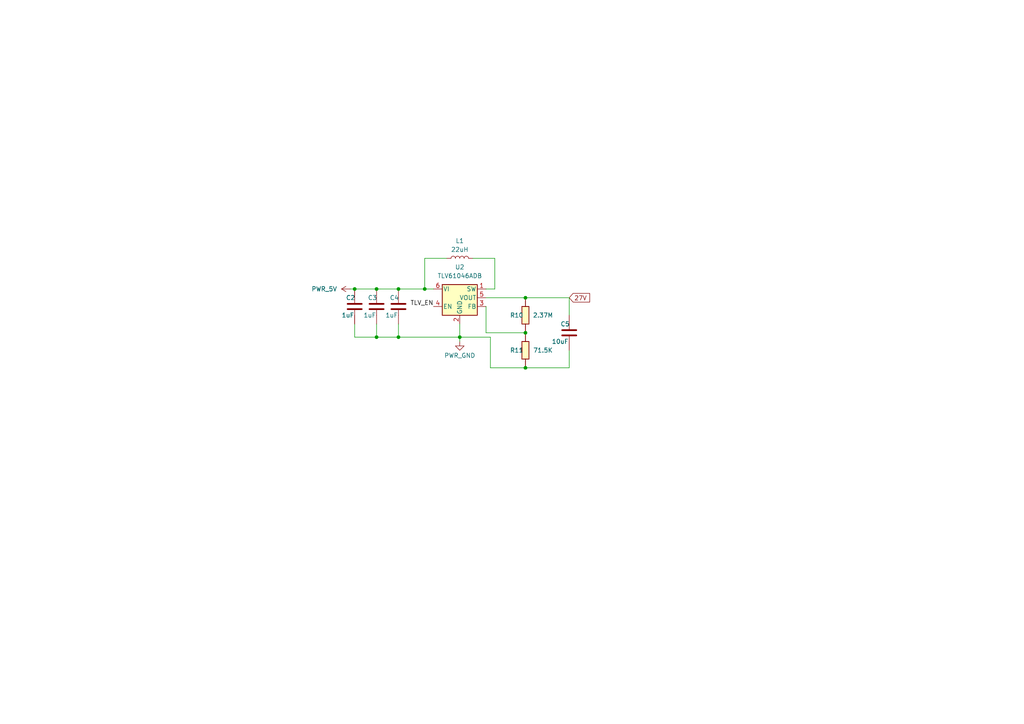
<source format=kicad_sch>
(kicad_sch (version 20230121) (generator eeschema)
  (paper "A4")
  (lib_symbols
    (symbol "Fab:C_1206" (pin_numbers hide)
      (property "Reference" "C" (at 0.635 2.54 0))
      (property "Value" "C_1206" (at 0.635 -2.54 0))
      (symbol "C_1206_0_1"
        (polyline (pts (xy -2.032 -0.762) (xy 2.032 -0.762)) (stroke (width 0.508)))
        (polyline (pts (xy -2.032 0.762) (xy 2.032 0.762)) (stroke (width 0.508)))
        (polyline (pts (xy 0 -0.635) (xy 0 -2.54)))
        (polyline (pts (xy 0 0.635) (xy 0 2.54)))
      )
      (symbol "C_1206_1_1"
        (pin passive line (at 0 5.08 270) (length 2.54) (name "~") (number "1"))
        (pin passive line (at 0 -5.08 90) (length 2.54) (name "~") (number "2"))
      )
    )
    (symbol "Fab:L_1210" (pin_numbers hide) (pin_names hide)
      (property "Reference" "L" (at -1.27 0 90))
      (property "Value" "L_1210" (at 1.905 0 90))
      (symbol "L_1210_0_1"
        (arc (start 0 -2.54) (mid 0.6323 -1.905) (end 0 -1.27))
        (arc (start 0 -1.27) (mid 0.6323 -0.635) (end 0 0))
        (arc (start 0 0) (mid 0.6323 0.635) (end 0 1.27))
        (arc (start 0 1.27) (mid 0.6323 1.905) (end 0 2.54))
      )
      (symbol "L_1210_1_1"
        (pin passive line (at 0 3.81 270) (length 1.27) (name "1") (number "1"))
        (pin passive line (at 0 -3.81 90) (length 1.27) (name "2") (number "2"))
      )
    )
    (symbol "Fab:PWR_5V" (power) (pin_names (offset 0))
      (property "Value" "PWR_5V" (at 0 3.556 0))
      (symbol "PWR_5V_0_1"
        (polyline (pts (xy -0.762 1.27) (xy 0 2.54)))
        (polyline (pts (xy 0 0) (xy 0 2.54)))
        (polyline (pts (xy 0 2.54) (xy 0.762 1.27)))
      )
      (symbol "PWR_5V_1_1"
        (pin power_in line (at 0 0 90) (length 0) hide (name "PWR_5V") (number "1"))
      )
    )
    (symbol "Fab:PWR_GND" (power) (pin_names (offset 0))
      (property "Value" "PWR_GND" (at 0 -3.81 0))
      (symbol "PWR_GND_0_1"
        (polyline (pts (xy 0 0) (xy 0 -1.27) (xy 1.27 -1.27) (xy 0 -2.54) (xy -1.27 -1.27) (xy 0 -1.27)))
      )
      (symbol "PWR_GND_1_1"
        (pin power_in line (at 0 0 270) (length 0) hide (name "PWR_GND") (number "1"))
      )
    )
    (symbol "Fab:R_1206" (pin_numbers hide) (pin_names (offset 0))
      (property "Reference" "R" (at 2.54 0 90))
      (property "Value" "R_1206" (at -2.54 0 90))
      (symbol "R_1206_0_1"
        (rectangle (start -1.016 -2.54) (end 1.016 2.54) (stroke (width 0.254)) (fill (type background)))
      )
      (symbol "R_1206_1_1"
        (pin passive line (at 0 5.08 270) (length 2.54) (name "~") (number "1"))
        (pin passive line (at 0 -5.08 90) (length 2.54) (name "~") (number "2"))
      )
    )
    (symbol "Regulator_Switching:TLV61046ADB" (pin_names (offset 0.254))
      (property "Reference" "U" (at -5.08 7.62 0))
      (property "Value" "TLV61046ADB" (at 0 7.62 0))
      (symbol "TLV61046ADB_0_1"
        (rectangle (start -5.08 6.35) (end 5.08 -2.54) (stroke (width 0.254)) (fill (type background)))
      )
      (symbol "TLV61046ADB_1_1"
        (pin power_in line (at 7.62 5.08 180) (length 2.54) (name "SW") (number "1"))
        (pin power_in line (at 0 -5.08 90) (length 2.54) (name "GND") (number "2"))
        (pin input line (at 7.62 0 180) (length 2.54) (name "FB") (number "3"))
        (pin input line (at -7.62 0 0) (length 2.54) (name "EN") (number "4"))
        (pin power_out line (at 7.62 2.54 180) (length 2.54) (name "VOUT") (number "5"))
        (pin power_in line (at -7.62 5.08 0) (length 2.54) (name "VI") (number "6"))
      )
    )
  )
  (junction (at 152.4 86.36))
  (junction (at 102.87 83.82))
  (junction (at 109.22 83.82))
  (junction (at 133.35 97.79))
  (junction (at 115.57 83.82))
  (junction (at 152.4 106.68))
  (junction (at 123.19 83.82))
  (junction (at 115.57 97.79))
  (junction (at 109.22 97.79))
  (junction (at 152.4 96.52))
  (wire (pts (xy 143.51 83.82) (xy 140.97 83.82)))
  (wire (pts (xy 133.35 97.79) (xy 133.35 99.06)))
  (wire (pts (xy 109.22 93.98) (xy 109.22 97.79)))
  (wire (pts (xy 123.19 83.82) (xy 125.73 83.82)))
  (wire (pts (xy 142.24 106.68) (xy 152.4 106.68)))
  (wire (pts (xy 152.4 106.68) (xy 165.1 106.68)))
  (wire (pts (xy 102.87 83.82) (xy 109.22 83.82)))
  (wire (pts (xy 140.97 86.36) (xy 152.4 86.36)))
  (wire (pts (xy 102.87 97.79) (xy 109.22 97.79)))
  (wire (pts (xy 123.19 74.93) (xy 129.54 74.93)))
  (wire (pts (xy 140.97 88.9) (xy 140.97 96.52)))
  (wire (pts (xy 115.57 97.79) (xy 133.35 97.79)))
  (wire (pts (xy 115.57 83.82) (xy 123.19 83.82)))
  (wire (pts (xy 102.87 93.98) (xy 102.87 97.79)))
  (wire (pts (xy 133.35 97.79) (xy 142.24 97.79)))
  (wire (pts (xy 143.51 74.93) (xy 143.51 83.82)))
  (wire (pts (xy 115.57 93.98) (xy 115.57 97.79)))
  (wire (pts (xy 142.24 97.79) (xy 142.24 106.68)))
  (wire (pts (xy 109.22 83.82) (xy 115.57 83.82)))
  (wire (pts (xy 152.4 86.36) (xy 165.1 86.36)))
  (wire (pts (xy 133.35 93.98) (xy 133.35 97.79)))
  (wire (pts (xy 137.16 74.93) (xy 143.51 74.93)))
  (wire (pts (xy 140.97 96.52) (xy 152.4 96.52)))
  (wire (pts (xy 123.19 83.82) (xy 123.19 74.93)))
  (wire (pts (xy 109.22 97.79) (xy 115.57 97.79)))
  (wire (pts (xy 165.1 86.36) (xy 165.1 91.44)))
  (wire (pts (xy 165.1 101.6) (xy 165.1 106.68)))
  (wire (pts (xy 101.6 83.82) (xy 102.87 83.82)))
  (label "TLV_EN" (at 125.73 88.9 180))
  (global_label "27V" (shape input) (at 165.1 86.36 0) (property "Intersheetrefs" "${INTERSHEET_REFS}" (effects hide)))
  (symbol (lib_id "Fab:C_1206") (at 102.87 88.9 0) (unit 1)
    (property "Reference" "C2" (at 100.33 86.36 0) (effects (justify left)))
    (property "Value" "1uF" (at 99.06 91.44 0) (effects (justify left)))
    (property "Footprint" "Fab:C_1206" (effects hide))
    (property "Datasheet" "https://www.yageo.com/upload/media/product/productsearch/datasheet/mlcc/UPY-GP_NP0_16V-to-50V_18.pdf" (effects hide))
    (instances (project "vfd_clock" (path "" (reference "C2") (unit 1)) (path "" (reference "C2") (unit 1))) (project "vfd_pcb" (path "" (reference "C1") (unit 1))))
  )
  (symbol (lib_id "Fab:C_1206") (at 115.57 88.9 0) (unit 1)
    (property "Reference" "C4" (at 113.03 86.36 0) (effects (justify left)))
    (property "Value" "1uF" (at 111.76 91.44 0) (effects (justify left)))
    (property "Footprint" "Fab:C_1206" (effects hide))
    (property "Datasheet" "https://www.yageo.com/upload/media/product/productsearch/datasheet/mlcc/UPY-GP_NP0_16V-to-50V_18.pdf" (effects hide))
    (instances (project "vfd_clock" (path "" (reference "C4") (unit 1)) (path "" (reference "C4") (unit 1))) (project "vfd_pcb" (path "" (reference "C3") (unit 1))))
  )
  (symbol (lib_id "Fab:R_1206") (at 152.4 91.44 0) (mirror y) (unit 1)
    (property "Reference" "R10" (at 149.86 91.44 0))
    (property "Value" "2.37M" (at 157.48 91.44 0))
    (property "Footprint" "Fab:R_1206" (effects hide))
    (instances (project "vfd_clock" (path "" (reference "R10") (unit 1)) (path "" (reference "R10") (unit 1))) (project "vfd_pcb" (path "" (reference "R3") (unit 1))))
  )
  (symbol (lib_id "Fab:R_1206") (at 152.4 101.6 0) (mirror y) (unit 1)
    (property "Reference" "R11" (at 149.86 101.6 0))
    (property "Value" "71.5K" (at 157.48 101.6 0))
    (property "Footprint" "Fab:R_1206" (effects hide))
    (instances (project "vfd_clock" (path "" (reference "R11") (unit 1)) (path "" (reference "R11") (unit 1))) (project "vfd_pcb" (path "" (reference "R4") (unit 1))))
  )
  (symbol (lib_id "Fab:PWR_GND") (at 133.35 99.06 0) (mirror y) (unit 1)
    (property "Reference" "#PWR011" (effects hide))
    (property "Value" "PWR_GND" (at 128.8267 103.1101 0) (effects (justify right)))
    (instances (project "vfd_clock" (path "" (reference "#PWR011") (unit 1)) (path "" (reference "#PWR011") (unit 1))) (project "vfd_pcb" (path "" (reference "#PWR010") (unit 1))))
  )
  (symbol (lib_id "Fab:C_1206") (at 165.1 96.52 0) (unit 1)
    (property "Reference" "C5" (at 162.56 93.98 0) (effects (justify left)))
    (property "Value" "10uF" (at 160.02 99.06 0) (effects (justify left)))
    (property "Footprint" "Fab:C_1206" (effects hide))
    (property "Datasheet" "https://www.yageo.com/upload/media/product/productsearch/datasheet/mlcc/UPY-GP_NP0_16V-to-50V_18.pdf" (effects hide))
    (instances (project "vfd_clock" (path "" (reference "C5") (unit 1)) (path "" (reference "C5") (unit 1))) (project "vfd_pcb" (path "" (reference "C4") (unit 1))))
  )
  (symbol (lib_id "Fab:L_1210") (at 133.35 74.93 90) (unit 1)
    (property "Reference" "L1" (at 133.35 69.85 90))
    (property "Value" "22uH" (at 133.35 72.39 90))
    (property "Footprint" "Fab:L_1210" (effects hide))
    (property "Datasheet" "https://ds.yuden.co.jp/TYCOMPAS/ut/detail?pn=CBC3225T1R0MR%20%20&u=M" (effects hide))
  )
  (symbol (lib_id "Fab:C_1206") (at 109.22 88.9 0) (unit 1)
    (property "Reference" "C3" (at 106.68 86.36 0) (effects (justify left)))
    (property "Value" "1uF" (at 105.41 91.44 0) (effects (justify left)))
    (property "Footprint" "Fab:C_1206" (effects hide))
    (property "Datasheet" "https://www.yageo.com/upload/media/product/productsearch/datasheet/mlcc/UPY-GP_NP0_16V-to-50V_18.pdf" (effects hide))
    (instances (project "vfd_clock" (path "" (reference "C3") (unit 1)) (path "" (reference "C3") (unit 1))) (project "vfd_pcb" (path "" (reference "C2") (unit 1))))
  )
  (symbol (lib_id "Fab:PWR_5V") (at 101.6 83.82 90) (mirror x) (unit 1)
    (property "Reference" "#PWR010" (effects hide))
    (property "Value" "PWR_5V" (at 97.79 83.82 90) (effects (justify left)))
    (instances (project "vfd_clock" (path "" (reference "#PWR010") (unit 1)) (path "" (reference "#PWR010") (unit 1))) (project "vfd_pcb" (path "" (reference "#PWR09") (unit 1))))
  )
  (symbol (lib_id "Regulator_Switching:TLV61046ADB") (at 133.35 88.9 0) (unit 1)
    (property "Reference" "U2" (at 133.35 77.47 0))
    (property "Value" "TLV61046ADB" (at 133.35 80.01 0))
    (property "Footprint" "Package_TO_SOT_SMD:SOT-23-6" (effects hide))
    (property "Datasheet" "http://www.ti.com/lit/ds/symlink/tlv61046a.pdf" (effects hide))
  )
)
</source>
